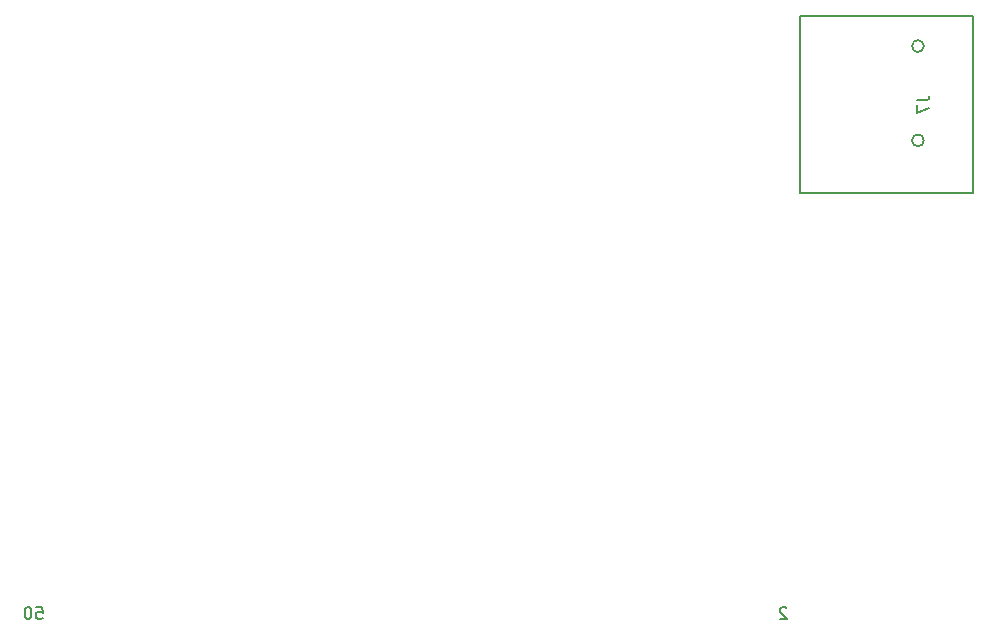
<source format=gbr>
G04 #@! TF.GenerationSoftware,KiCad,Pcbnew,(6.0.2-0)*
G04 #@! TF.CreationDate,2022-03-07T22:02:57-08:00*
G04 #@! TF.ProjectId,TRSIO,54525349-4f2e-46b6-9963-61645f706362,rev?*
G04 #@! TF.SameCoordinates,Original*
G04 #@! TF.FileFunction,Legend,Bot*
G04 #@! TF.FilePolarity,Positive*
%FSLAX46Y46*%
G04 Gerber Fmt 4.6, Leading zero omitted, Abs format (unit mm)*
G04 Created by KiCad (PCBNEW (6.0.2-0)) date 2022-03-07 22:02:57*
%MOMM*%
%LPD*%
G01*
G04 APERTURE LIST*
%ADD10C,0.150000*%
G04 APERTURE END LIST*
D10*
X203231714Y-139565119D02*
X203184095Y-139517500D01*
X203088857Y-139469880D01*
X202850761Y-139469880D01*
X202755523Y-139517500D01*
X202707904Y-139565119D01*
X202660285Y-139660357D01*
X202660285Y-139755595D01*
X202707904Y-139898452D01*
X203279333Y-140469880D01*
X202660285Y-140469880D01*
X139747595Y-139469880D02*
X140223785Y-139469880D01*
X140271404Y-139946071D01*
X140223785Y-139898452D01*
X140128547Y-139850833D01*
X139890452Y-139850833D01*
X139795214Y-139898452D01*
X139747595Y-139946071D01*
X139699976Y-140041309D01*
X139699976Y-140279404D01*
X139747595Y-140374642D01*
X139795214Y-140422261D01*
X139890452Y-140469880D01*
X140128547Y-140469880D01*
X140223785Y-140422261D01*
X140271404Y-140374642D01*
X139080928Y-139469880D02*
X138985690Y-139469880D01*
X138890452Y-139517500D01*
X138842833Y-139565119D01*
X138795214Y-139660357D01*
X138747595Y-139850833D01*
X138747595Y-140088928D01*
X138795214Y-140279404D01*
X138842833Y-140374642D01*
X138890452Y-140422261D01*
X138985690Y-140469880D01*
X139080928Y-140469880D01*
X139176166Y-140422261D01*
X139223785Y-140374642D01*
X139271404Y-140279404D01*
X139319023Y-140088928D01*
X139319023Y-139850833D01*
X139271404Y-139660357D01*
X139223785Y-139565119D01*
X139176166Y-139517500D01*
X139080928Y-139469880D01*
X214328380Y-96567666D02*
X215042666Y-96567666D01*
X215185523Y-96520047D01*
X215280761Y-96424809D01*
X215328380Y-96281952D01*
X215328380Y-96186714D01*
X214328380Y-96948619D02*
X214328380Y-97615285D01*
X215328380Y-97186714D01*
X204376000Y-104401000D02*
X219076000Y-104401000D01*
X219076000Y-89401000D02*
X204376000Y-89401000D01*
X204376000Y-89401000D02*
X204376000Y-104401000D01*
X219076000Y-104401000D02*
X219076000Y-89401000D01*
X214876000Y-91971000D02*
G75*
G03*
X214876000Y-91971000I-500000J0D01*
G01*
X214876000Y-99951000D02*
G75*
G03*
X214876000Y-99951000I-500000J0D01*
G01*
M02*

</source>
